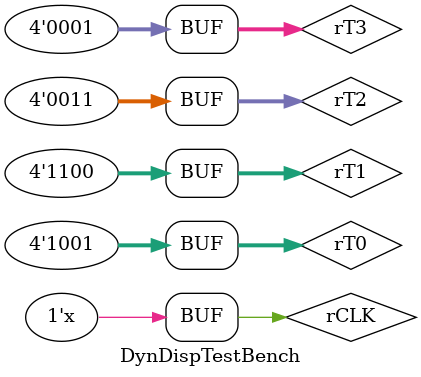
<source format=v>
`timescale 1ns / 1ps


module DynDispTestBench();
    reg[3:0] rT0, rT1, rT2, rT3;
    reg rCLK = 1'b0;
    wire[3:0] wEn;
    wire[7:0] wOut;
    parameter halfT = 5;
    
    DynamicDisplay ddTest
    (
        .wClock(rCLK),
        .wA(rT0),
        .wB(rT1),
        .wC(rT2),
        .wD(rT3),
        .rEnable(wEn),
        .wData(wOut)
    );
    initial
    begin
        rT0 = 4'b1001;
        rT1 = 4'b1100;
        rT2 = 4'b0011;
        rT3 = 4'b0001;
    end
    
    always
    begin 
        #halfT rCLK <= ~rCLK; 
    end
    
endmodule

</source>
